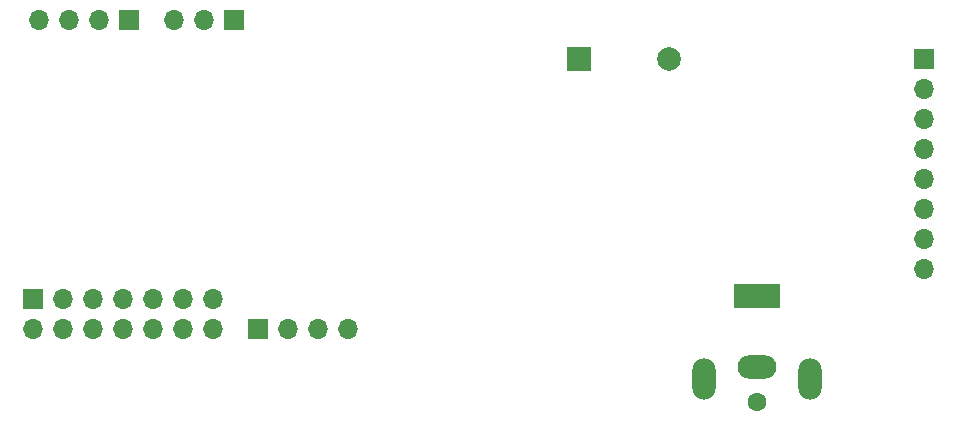
<source format=gbr>
%TF.GenerationSoftware,KiCad,Pcbnew,(5.1.9)-1*%
%TF.CreationDate,2021-07-13T09:21:38-05:00*%
%TF.ProjectId,prueba,70727565-6261-42e6-9b69-6361645f7063,rev?*%
%TF.SameCoordinates,Original*%
%TF.FileFunction,Soldermask,Bot*%
%TF.FilePolarity,Negative*%
%FSLAX46Y46*%
G04 Gerber Fmt 4.6, Leading zero omitted, Abs format (unit mm)*
G04 Created by KiCad (PCBNEW (5.1.9)-1) date 2021-07-13 09:21:38*
%MOMM*%
%LPD*%
G01*
G04 APERTURE LIST*
%ADD10R,2.000000X2.000000*%
%ADD11C,2.000000*%
%ADD12O,1.700000X1.700000*%
%ADD13R,1.700000X1.700000*%
%ADD14C,1.600000*%
%ADD15O,2.000000X3.500000*%
%ADD16O,3.300000X2.000000*%
%ADD17R,4.000000X2.000000*%
G04 APERTURE END LIST*
D10*
%TO.C,BZ1*%
X88900000Y-92710000D03*
D11*
X96500000Y-92710000D03*
%TD*%
D12*
%TO.C,J3*%
X54610000Y-89408000D03*
X57150000Y-89408000D03*
D13*
X59690000Y-89408000D03*
%TD*%
D12*
%TO.C,J5*%
X43180000Y-89408000D03*
X45720000Y-89408000D03*
X48260000Y-89408000D03*
D13*
X50800000Y-89408000D03*
%TD*%
D12*
%TO.C,J2*%
X69342000Y-115570000D03*
X66802000Y-115570000D03*
X64262000Y-115570000D03*
D13*
X61722000Y-115570000D03*
%TD*%
D12*
%TO.C,J4*%
X57912000Y-115570000D03*
X57912000Y-113030000D03*
X55372000Y-115570000D03*
X55372000Y-113030000D03*
X52832000Y-115570000D03*
X52832000Y-113030000D03*
X50292000Y-115570000D03*
X50292000Y-113030000D03*
X47752000Y-115570000D03*
X47752000Y-113030000D03*
X45212000Y-115570000D03*
X45212000Y-113030000D03*
X42672000Y-115570000D03*
D13*
X42672000Y-113030000D03*
%TD*%
D14*
%TO.C,J6*%
X104013000Y-121776000D03*
D15*
X108513000Y-119776000D03*
X99513000Y-119776000D03*
D16*
X104013000Y-118776000D03*
D17*
X104013000Y-112776000D03*
%TD*%
D12*
%TO.C,J1*%
X118110000Y-110490000D03*
X118110000Y-107950000D03*
X118110000Y-105410000D03*
X118110000Y-102870000D03*
X118110000Y-100330000D03*
X118110000Y-97790000D03*
X118110000Y-95250000D03*
D13*
X118110000Y-92710000D03*
%TD*%
M02*

</source>
